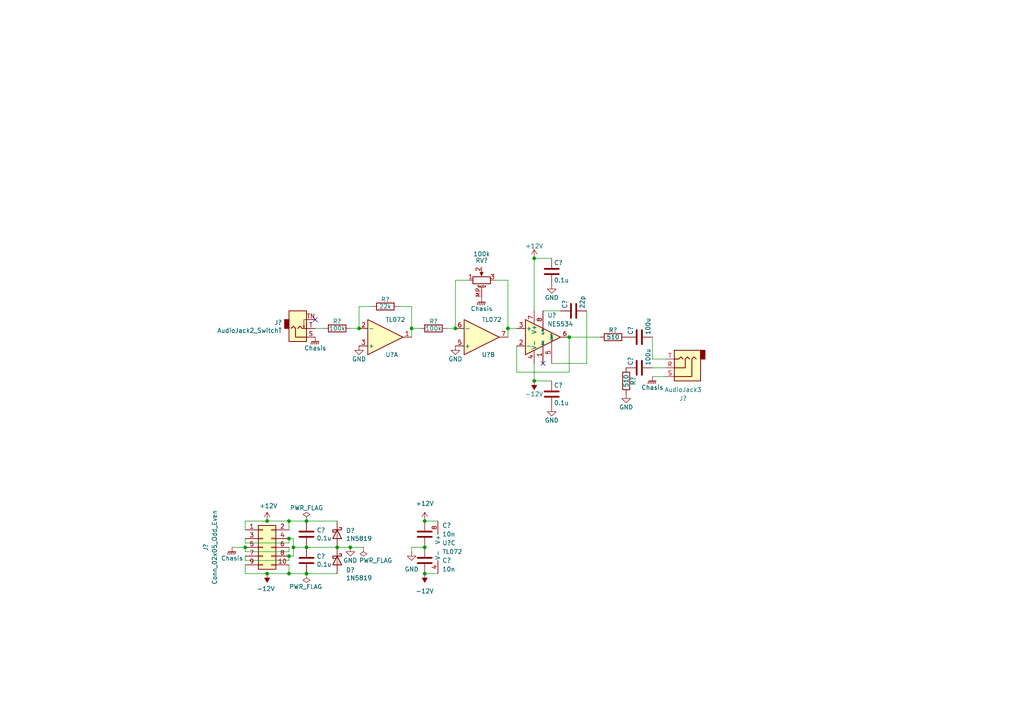
<source format=kicad_sch>
(kicad_sch (version 20211123) (generator eeschema)
  (paper "A4")
  (lib_symbols
    (symbol "Amplifier_Operational:NE5534" (pin_names (offset 0.127))
      (property "Reference" "U" (at 1.27 6.35 0))
      (property "Value" "NE5534" (at 1.27 3.81 0))
      (symbol "NE5534_0_1"
        (polyline (pts (xy -5.08 5.08) (xy 5.08 0) (xy -5.08 -5.08) (xy -5.08 5.08)) (stroke (width 0.254)) (fill (type background)))
      )
      (symbol "NE5534_1_1"
        (pin input line (at 0 -7.62 90) (length 5.08) (name "BAL") (number "1"))
        (pin input line (at -7.62 -2.54 0) (length 2.54) (name "-") (number "2"))
        (pin input line (at -7.62 2.54 0) (length 2.54) (name "+") (number "3"))
        (pin power_in line (at -2.54 -7.62 90) (length 3.81) (name "V-") (number "4"))
        (pin input line (at 2.54 -7.62 90) (length 6.35) (name "COMP") (number "5"))
        (pin output line (at 7.62 0 180) (length 2.54) (name "~") (number "6"))
        (pin power_in line (at -2.54 7.62 270) (length 3.81) (name "V+") (number "7"))
        (pin input line (at 0 7.62 270) (length 5.08) (name "C/B") (number "8"))
      )
    )
    (symbol "Amplifier_Operational:TL072" (pin_names (offset 0.127))
      (property "Reference" "U" (at 0 5.08 0))
      (property "Value" "TL072" (at 0 -5.08 0))
      (symbol "TL072_1_1"
        (polyline (pts (xy -5.08 5.08) (xy 5.08 0) (xy -5.08 -5.08) (xy -5.08 5.08)) (stroke (width 0.254)) (fill (type background)))
        (pin output line (at 7.62 0 180) (length 2.54) (name "~") (number "1"))
        (pin input line (at -7.62 -2.54 0) (length 2.54) (name "-") (number "2"))
        (pin input line (at -7.62 2.54 0) (length 2.54) (name "+") (number "3"))
      )
      (symbol "TL072_2_1"
        (polyline (pts (xy -5.08 5.08) (xy 5.08 0) (xy -5.08 -5.08) (xy -5.08 5.08)) (stroke (width 0.254)) (fill (type background)))
        (pin input line (at -7.62 2.54 0) (length 2.54) (name "+") (number "5"))
        (pin input line (at -7.62 -2.54 0) (length 2.54) (name "-") (number "6"))
        (pin output line (at 7.62 0 180) (length 2.54) (name "~") (number "7"))
      )
      (symbol "TL072_3_1"
        (pin power_in line (at -2.54 -7.62 90) (length 3.81) (name "V-") (number "4"))
        (pin power_in line (at -2.54 7.62 270) (length 3.81) (name "V+") (number "8"))
      )
    )
    (symbol "Connector:AudioJack2_SwitchT"
      (property "Reference" "J" (at 0 8.89 0))
      (property "Value" "AudioJack2_SwitchT" (at 0 6.35 0))
      (symbol "AudioJack2_SwitchT_0_1"
        (rectangle (start -2.54 0) (end -3.81 -2.54) (stroke (width 0.254)) (fill (type outline)))
        (polyline (pts (xy 1.778 -0.254) (xy 2.032 -0.762)))
        (polyline (pts (xy 0 0) (xy 0.635 -0.635) (xy 1.27 0) (xy 2.54 0)) (stroke (width 0.254)))
        (polyline (pts (xy 2.54 -2.54) (xy 1.778 -2.54) (xy 1.778 -0.254) (xy 1.524 -0.762)))
        (polyline (pts (xy 2.54 2.54) (xy -0.635 2.54) (xy -0.635 0) (xy -1.27 -0.635) (xy -1.905 0)) (stroke (width 0.254)))
        (rectangle (start 2.54 3.81) (end -2.54 -5.08) (stroke (width 0.254)) (fill (type background)))
      )
      (symbol "AudioJack2_SwitchT_1_1"
        (pin passive line (at 5.08 2.54 180) (length 2.54) (name "~") (number "S"))
        (pin passive line (at 5.08 0 180) (length 2.54) (name "~") (number "T"))
        (pin passive line (at 5.08 -2.54 180) (length 2.54) (name "~") (number "TN"))
      )
    )
    (symbol "Connector:AudioJack3"
      (property "Reference" "J" (at 0 8.89 0))
      (property "Value" "AudioJack3" (at 0 6.35 0))
      (symbol "AudioJack3_0_1"
        (rectangle (start -5.08 -5.08) (end -6.35 -2.54) (stroke (width 0.254)) (fill (type outline)))
        (polyline (pts (xy 0 -2.54) (xy 0.635 -3.175) (xy 1.27 -2.54) (xy 2.54 -2.54)) (stroke (width 0.254)))
        (polyline (pts (xy -1.905 -2.54) (xy -1.27 -3.175) (xy -0.635 -2.54) (xy -0.635 0) (xy 2.54 0)) (stroke (width 0.254)))
        (polyline (pts (xy 2.54 2.54) (xy -2.54 2.54) (xy -2.54 -2.54) (xy -3.175 -3.175) (xy -3.81 -2.54)) (stroke (width 0.254)))
        (rectangle (start 2.54 3.81) (end -5.08 -5.08) (stroke (width 0.254)) (fill (type background)))
      )
      (symbol "AudioJack3_1_1"
        (pin passive line (at 5.08 0 180) (length 2.54) (name "~") (number "R"))
        (pin passive line (at 5.08 2.54 180) (length 2.54) (name "~") (number "S"))
        (pin passive line (at 5.08 -2.54 180) (length 2.54) (name "~") (number "T"))
      )
    )
    (symbol "Connector_Generic:Conn_02x05_Odd_Even" (pin_names (offset 1.016) hide)
      (property "Reference" "J" (at 1.27 7.62 0))
      (property "Value" "Conn_02x05_Odd_Even" (at 1.27 -7.62 0))
      (symbol "Conn_02x05_Odd_Even_1_1"
        (rectangle (start -1.27 -4.953) (end 0 -5.207) (stroke (width 0.1524)))
        (rectangle (start -1.27 -2.413) (end 0 -2.667) (stroke (width 0.1524)))
        (rectangle (start -1.27 0.127) (end 0 -0.127) (stroke (width 0.1524)))
        (rectangle (start -1.27 2.667) (end 0 2.413) (stroke (width 0.1524)))
        (rectangle (start -1.27 5.207) (end 0 4.953) (stroke (width 0.1524)))
        (rectangle (start -1.27 6.35) (end 3.81 -6.35) (stroke (width 0.254)) (fill (type background)))
        (rectangle (start 3.81 -4.953) (end 2.54 -5.207) (stroke (width 0.1524)))
        (rectangle (start 3.81 -2.413) (end 2.54 -2.667) (stroke (width 0.1524)))
        (rectangle (start 3.81 0.127) (end 2.54 -0.127) (stroke (width 0.1524)))
        (rectangle (start 3.81 2.667) (end 2.54 2.413) (stroke (width 0.1524)))
        (rectangle (start 3.81 5.207) (end 2.54 4.953) (stroke (width 0.1524)))
        (pin passive line (at -5.08 5.08 0) (length 3.81) (name "Pin_1") (number "1"))
        (pin passive line (at 7.62 -5.08 180) (length 3.81) (name "Pin_10") (number "10"))
        (pin passive line (at 7.62 5.08 180) (length 3.81) (name "Pin_2") (number "2"))
        (pin passive line (at -5.08 2.54 0) (length 3.81) (name "Pin_3") (number "3"))
        (pin passive line (at 7.62 2.54 180) (length 3.81) (name "Pin_4") (number "4"))
        (pin passive line (at -5.08 0 0) (length 3.81) (name "Pin_5") (number "5"))
        (pin passive line (at 7.62 0 180) (length 3.81) (name "Pin_6") (number "6"))
        (pin passive line (at -5.08 -2.54 0) (length 3.81) (name "Pin_7") (number "7"))
        (pin passive line (at 7.62 -2.54 180) (length 3.81) (name "Pin_8") (number "8"))
        (pin passive line (at -5.08 -5.08 0) (length 3.81) (name "Pin_9") (number "9"))
      )
    )
    (symbol "Custom:Chasis" (power) (in_bom no) (on_board no)
      (property "Value" "Chasis" (at 0 -3.175 0))
      (symbol "Chasis_0_1"
        (polyline (pts (xy 0 -1.27) (xy 0 0)))
        (polyline (pts (xy -1.016 -1.27) (xy -1.27 -2.032) (xy -1.27 -2.032)) (stroke (width 0.2032)))
        (polyline (pts (xy -0.508 -1.27) (xy -0.762 -2.032) (xy -0.762 -2.032)) (stroke (width 0.2032)))
        (polyline (pts (xy 0 -1.27) (xy -0.254 -2.032) (xy -0.254 -2.032)) (stroke (width 0.2032)))
        (polyline (pts (xy 0.508 -1.27) (xy 0.254 -2.032) (xy 0.254 -2.032)) (stroke (width 0.2032)))
        (polyline (pts (xy 1.016 -1.27) (xy -1.016 -1.27) (xy -1.016 -1.27)) (stroke (width 0.2032)))
        (polyline (pts (xy 1.016 -1.27) (xy 0.762 -2.032) (xy 0.762 -2.032) (xy 0.762 -2.032)) (stroke (width 0.2032)))
      )
      (symbol "Chasis_1_1"
        (pin power_in line (at 0 0 270) (length 0) hide (name "Chasis") (number "1"))
      )
    )
    (symbol "Device:C" (pin_numbers hide) (pin_names (offset 0.254))
      (property "Reference" "C" (at 0.635 2.54 0))
      (property "Value" "C" (at 0.635 -2.54 0))
      (symbol "C_0_1"
        (polyline (pts (xy -2.032 -0.762) (xy 2.032 -0.762)) (stroke (width 0.508)))
        (polyline (pts (xy -2.032 0.762) (xy 2.032 0.762)) (stroke (width 0.508)))
      )
      (symbol "C_1_1"
        (pin passive line (at 0 3.81 270) (length 2.794) (name "~") (number "1"))
        (pin passive line (at 0 -3.81 90) (length 2.794) (name "~") (number "2"))
      )
    )
    (symbol "Device:R" (pin_numbers hide) (pin_names (offset 0))
      (property "Reference" "R" (at 2.032 0 90))
      (property "Value" "R" (at 0 0 90))
      (symbol "R_0_1"
        (rectangle (start -1.016 -2.54) (end 1.016 2.54) (stroke (width 0.254)))
      )
      (symbol "R_1_1"
        (pin passive line (at 0 3.81 270) (length 1.27) (name "~") (number "1"))
        (pin passive line (at 0 -3.81 90) (length 1.27) (name "~") (number "2"))
      )
    )
    (symbol "Device:R_Potentiometer_MountingPin" (pin_names (offset 1.016) hide)
      (property "Reference" "RV" (at -8.255 0 90))
      (property "Value" "R_Potentiometer_MountingPin" (at -6.35 0 90))
      (symbol "R_Potentiometer_MountingPin_0_1"
        (polyline (pts (xy 2.54 0) (xy 1.524 0)))
        (polyline (pts (xy 1.143 0) (xy 2.286 0.508) (xy 2.286 -0.508)) (fill (type outline)))
        (rectangle (start 1.016 2.54) (end -1.016 -2.54) (stroke (width 0.254)))
      )
      (symbol "R_Potentiometer_MountingPin_1_1"
        (polyline (pts (xy -2.032 1.016) (xy -2.032 -1.016)) (stroke (width 0.1524)))
        (text "Mounting" (at -1.651 0 900) (effects (font (size 0.381 0.381))))
        (pin passive line (at 0 3.81 270) (length 1.27) (name "1") (number "1"))
        (pin passive line (at 3.81 0 180) (length 1.27) (name "2") (number "2"))
        (pin passive line (at 0 -3.81 90) (length 1.27) (name "3") (number "3"))
        (pin passive line (at -5.08 0 0) (length 3.048) (name "MountPin") (number "MP"))
      )
    )
    (symbol "Diode:1N5819" (pin_numbers hide) (pin_names (offset 1.016) hide)
      (property "Reference" "D" (at 0 2.54 0))
      (property "Value" "1N5819" (at 0 -2.54 0))
      (symbol "1N5819_0_1"
        (polyline (pts (xy 1.27 0) (xy -1.27 0)))
        (polyline (pts (xy 1.27 1.27) (xy 1.27 -1.27) (xy -1.27 0) (xy 1.27 1.27)) (stroke (width 0.254)))
        (polyline (pts (xy -1.905 0.635) (xy -1.905 1.27) (xy -1.27 1.27) (xy -1.27 -1.27) (xy -0.635 -1.27) (xy -0.635 -0.635)) (stroke (width 0.254)))
      )
      (symbol "1N5819_1_1"
        (pin passive line (at -3.81 0 0) (length 2.54) (name "K") (number "1"))
        (pin passive line (at 3.81 0 180) (length 2.54) (name "A") (number "2"))
      )
    )
    (symbol "power:+12V" (power) (pin_names (offset 0))
      (property "Value" "+12V" (at 0 3.556 0))
      (symbol "+12V_0_1"
        (polyline (pts (xy -0.762 1.27) (xy 0 2.54)))
        (polyline (pts (xy 0 0) (xy 0 2.54)))
        (polyline (pts (xy 0 2.54) (xy 0.762 1.27)))
      )
      (symbol "+12V_1_1"
        (pin power_in line (at 0 0 90) (length 0) hide (name "+12V") (number "1"))
      )
    )
    (symbol "power:-12V" (power) (pin_names (offset 0))
      (property "Value" "-12V" (at 0 3.81 0))
      (symbol "-12V_0_0"
        (pin power_in line (at 0 0 90) (length 0) hide (name "-12V") (number "1"))
      )
      (symbol "-12V_0_1"
        (polyline (pts (xy 0 0) (xy 0 1.27) (xy 0.762 1.27) (xy 0 2.54) (xy -0.762 1.27) (xy 0 1.27)) (fill (type outline)))
      )
    )
    (symbol "power:GND" (power) (pin_names (offset 0))
      (property "Value" "GND" (at 0 -3.81 0))
      (symbol "GND_0_1"
        (polyline (pts (xy 0 0) (xy 0 -1.27) (xy 1.27 -1.27) (xy 0 -2.54) (xy -1.27 -1.27) (xy 0 -1.27)))
      )
      (symbol "GND_1_1"
        (pin power_in line (at 0 0 270) (length 0) hide (name "GND") (number "1"))
      )
    )
    (symbol "power:PWR_FLAG" (power) (pin_numbers hide) (pin_names (offset 0) hide)
      (property "Value" "PWR_FLAG" (at 0 3.81 0))
      (symbol "PWR_FLAG_0_0"
        (pin power_out line (at 0 0 90) (length 0) (name "pwr") (number "1"))
      )
      (symbol "PWR_FLAG_0_1"
        (polyline (pts (xy 0 0) (xy 0 1.27) (xy -1.016 1.905) (xy 0 2.54) (xy 1.016 1.905) (xy 0 1.27)))
      )
    )
  )
  (junction (at 154.94 110.49))
  (junction (at 83.82 161.29))
  (junction (at 101.6 158.75))
  (junction (at 88.9 158.75))
  (junction (at 71.12 158.75))
  (junction (at 85.09 158.75))
  (junction (at 123.19 158.75))
  (junction (at 83.82 151.13))
  (junction (at 77.47 151.13))
  (junction (at 132.08 95.25))
  (junction (at 88.9 151.13))
  (junction (at 97.79 158.75))
  (junction (at 83.82 156.21))
  (junction (at 83.82 166.37))
  (junction (at 77.47 166.37))
  (junction (at 104.14 95.25))
  (junction (at 123.19 166.37))
  (junction (at 154.94 74.93))
  (junction (at 88.9 166.37))
  (junction (at 123.19 151.13))
  (junction (at 119.38 95.25))
  (junction (at 147.32 95.25))
  (junction (at 165.1 97.79))
  (no_connect (at 91.44 92.71))
  (no_connect (at 157.48 105.41))
  (wire (pts (xy 165.1 97.79) (xy 173.99 97.79)))
  (wire (pts (xy 189.23 104.14) (xy 189.23 97.79)))
  (wire (pts (xy 71.12 157.48) (xy 83.82 157.48)))
  (wire (pts (xy 157.48 90.17) (xy 162.56 90.17)))
  (wire (pts (xy 132.08 81.28) (xy 135.89 81.28)))
  (wire (pts (xy 154.94 110.49) (xy 160.02 110.49)))
  (wire (pts (xy 104.14 88.9) (xy 104.14 95.25)))
  (wire (pts (xy 71.12 166.37) (xy 77.47 166.37)))
  (wire (pts (xy 189.23 109.22) (xy 193.04 109.22)))
  (wire (pts (xy 123.19 166.37) (xy 127 166.37)))
  (wire (pts (xy 107.95 88.9) (xy 104.14 88.9)))
  (wire (pts (xy 83.82 166.37) (xy 88.9 166.37)))
  (wire (pts (xy 83.82 153.67) (xy 83.82 151.13)))
  (wire (pts (xy 149.86 107.95) (xy 165.1 107.95)))
  (wire (pts (xy 85.09 158.75) (xy 88.9 158.75)))
  (wire (pts (xy 71.12 156.21) (xy 71.12 157.48)))
  (wire (pts (xy 119.38 158.75) (xy 123.19 158.75)))
  (wire (pts (xy 170.18 105.41) (xy 170.18 90.17)))
  (wire (pts (xy 83.82 151.13) (xy 88.9 151.13)))
  (wire (pts (xy 165.1 107.95) (xy 165.1 97.79)))
  (wire (pts (xy 129.54 95.25) (xy 132.08 95.25)))
  (wire (pts (xy 97.79 151.13) (xy 88.9 151.13)))
  (wire (pts (xy 67.31 158.75) (xy 71.12 158.75)))
  (wire (pts (xy 119.38 88.9) (xy 119.38 95.25)))
  (wire (pts (xy 91.44 95.25) (xy 93.98 95.25)))
  (wire (pts (xy 83.82 160.02) (xy 83.82 158.75)))
  (wire (pts (xy 83.82 156.21) (xy 85.09 156.21)))
  (wire (pts (xy 101.6 158.75) (xy 105.41 158.75)))
  (wire (pts (xy 154.94 105.41) (xy 154.94 110.49)))
  (wire (pts (xy 71.12 162.56) (xy 83.82 162.56)))
  (wire (pts (xy 77.47 166.37) (xy 83.82 166.37)))
  (wire (pts (xy 71.12 153.67) (xy 71.12 151.13)))
  (wire (pts (xy 193.04 104.14) (xy 189.23 104.14)))
  (wire (pts (xy 119.38 95.25) (xy 121.92 95.25)))
  (wire (pts (xy 149.86 100.33) (xy 149.86 107.95)))
  (wire (pts (xy 85.09 156.21) (xy 85.09 158.75)))
  (wire (pts (xy 147.32 95.25) (xy 147.32 97.79)))
  (wire (pts (xy 77.47 151.13) (xy 83.82 151.13)))
  (wire (pts (xy 71.12 160.02) (xy 83.82 160.02)))
  (wire (pts (xy 147.32 81.28) (xy 147.32 95.25)))
  (wire (pts (xy 85.09 161.29) (xy 85.09 158.75)))
  (wire (pts (xy 189.23 106.68) (xy 193.04 106.68)))
  (wire (pts (xy 97.79 158.75) (xy 101.6 158.75)))
  (wire (pts (xy 143.51 81.28) (xy 147.32 81.28)))
  (wire (pts (xy 149.86 95.25) (xy 147.32 95.25)))
  (wire (pts (xy 83.82 161.29) (xy 85.09 161.29)))
  (wire (pts (xy 160.02 105.41) (xy 170.18 105.41)))
  (wire (pts (xy 88.9 166.37) (xy 97.79 166.37)))
  (wire (pts (xy 71.12 158.75) (xy 71.12 160.02)))
  (wire (pts (xy 71.12 163.83) (xy 71.12 166.37)))
  (wire (pts (xy 88.9 158.75) (xy 97.79 158.75)))
  (wire (pts (xy 154.94 74.93) (xy 154.94 90.17)))
  (wire (pts (xy 119.38 160.02) (xy 119.38 158.75)))
  (wire (pts (xy 71.12 151.13) (xy 77.47 151.13)))
  (wire (pts (xy 83.82 163.83) (xy 83.82 166.37)))
  (wire (pts (xy 71.12 161.29) (xy 71.12 162.56)))
  (wire (pts (xy 132.08 81.28) (xy 132.08 95.25)))
  (wire (pts (xy 119.38 95.25) (xy 119.38 97.79)))
  (wire (pts (xy 101.6 95.25) (xy 104.14 95.25)))
  (wire (pts (xy 123.19 151.13) (xy 127 151.13)))
  (wire (pts (xy 115.57 88.9) (xy 119.38 88.9)))
  (wire (pts (xy 83.82 162.56) (xy 83.82 161.29)))
  (wire (pts (xy 83.82 157.48) (xy 83.82 156.21)))
  (wire (pts (xy 154.94 74.93) (xy 160.02 74.93)))
  (symbol (lib_id "Amplifier_Operational:TL072") (at 129.54 158.75 0) (unit 3)
    (property "Reference" "U?" (at 128.27 157.4799 0) (effects (justify left)))
    (property "Value" "TL072" (at 128.27 160.0199 0) (effects (justify left)))
    (property "Datasheet" "http://www.ti.com/lit/ds/symlink/tl071.pdf" (effects hide))
  )
  (symbol (lib_id "Diode:1N5819") (at 97.79 154.94 270) (unit 1)
    (property "Reference" "D?" (at 100.33 153.8986 90) (effects (justify left)))
    (property "Value" "1N5819" (at 100.33 156.21 90) (effects (justify left)))
    (property "Footprint" "Diode_THT:D_DO-41_SOD81_P10.16mm_Horizontal" (effects hide))
    (property "Datasheet" "http://www.vishay.com/docs/88525/1n5817.pdf" (effects hide))
  )
  (symbol (lib_id "Amplifier_Operational:NE5534") (at 157.48 97.79 0) (unit 1)
    (property "Reference" "U?" (at 158.75 91.44 0) (effects (justify left)))
    (property "Value" "NE5534" (at 158.75 93.98 0) (effects (justify left)))
    (property "Datasheet" "http://www.ti.com/lit/ds/symlink/ne5534.pdf" (effects hide))
  )
  (symbol (lib_id "Device:C") (at 160.02 114.3 0) (unit 1)
    (property "Reference" "C?" (at 160.655 111.76 0) (effects (justify left)))
    (property "Value" "0.1u" (at 160.655 116.84 0) (effects (justify left)))
  )
  (symbol (lib_id "power:PWR_FLAG") (at 105.41 158.75 180) (unit 1)
    (property "Reference" "#FLG?" (effects hide))
    (property "Value" "PWR_FLAG" (at 104.14 162.56 0) (effects (justify right)))
  )
  (symbol (lib_id "Device:C") (at 166.37 90.17 90) (unit 1)
    (property "Reference" "C?" (at 163.83 89.535 0) (effects (justify left)))
    (property "Value" "22p" (at 168.91 89.535 0) (effects (justify left)))
  )
  (symbol (lib_id "Device:C") (at 88.9 154.94 0) (unit 1)
    (property "Reference" "C?" (at 91.821 153.7716 0) (effects (justify left)))
    (property "Value" "0.1u" (at 91.821 156.083 0) (effects (justify left)))
    (property "Footprint" "Capacitor_THT:C_Disc_D5.0mm_W2.5mm_P5.00mm" (effects hide))
  )
  (symbol (lib_id "power:GND") (at 181.61 114.3 0) (unit 1)
    (property "Reference" "#PWR?" (effects hide))
    (property "Value" "GND" (at 181.61 118.11 0))
  )
  (symbol (lib_id "Connector:AudioJack2_SwitchT") (at 86.36 95.25 0) (mirror x) (unit 1)
    (property "Reference" "J?" (at 81.8134 93.5482 0) (effects (justify right)))
    (property "Value" "AudioJack2_SwitchT" (at 81.8134 95.8596 0) (effects (justify right)))
    (property "Footprint" "Connector_Audio:Jack_3.5mm_QingPu_WQP-PJ398SM_Vertical_CircularHoles" (effects hide))
  )
  (symbol (lib_id "Device:R") (at 97.79 95.25 90) (unit 1)
    (property "Reference" "R?" (at 97.79 93.218 90))
    (property "Value" "100k" (at 97.79 95.25 90))
  )
  (symbol (lib_id "Custom:Chasis") (at 189.23 109.22 0) (unit 1) (in_bom no) (on_board no)
    (property "Reference" "U?" (effects hide))
    (property "Value" "Chasis" (at 189.23 112.395 0))
  )
  (symbol (lib_id "power:-12V") (at 154.94 110.49 180) (unit 1)
    (property "Reference" "#PWR?" (effects hide))
    (property "Value" "-12V" (at 154.94 114.3 0))
  )
  (symbol (lib_id "Amplifier_Operational:TL072") (at 139.7 97.79 0) (mirror x) (unit 2)
    (property "Reference" "U?" (at 139.7 102.87 0) (effects (justify left)))
    (property "Value" "TL072" (at 139.7 92.71 0) (effects (justify left)))
    (property "Datasheet" "http://www.ti.com/lit/ds/symlink/tl071.pdf" (effects hide))
  )
  (symbol (lib_id "power:-12V") (at 123.19 166.37 180) (unit 1)
    (property "Reference" "#PWR?" (effects hide))
    (property "Value" "-12V" (at 123.19 171.45 0))
  )
  (symbol (lib_id "power:GND") (at 132.08 100.33 0) (unit 1)
    (property "Reference" "#PWR?" (effects hide))
    (property "Value" "GND" (at 132.08 104.14 0))
  )
  (symbol (lib_id "power:PWR_FLAG") (at 88.9 166.37 180) (unit 1)
    (property "Reference" "#FLG?" (effects hide))
    (property "Value" "PWR_FLAG" (at 83.82 170.18 0) (effects (justify right)))
  )
  (symbol (lib_id "Device:R") (at 111.76 88.9 90) (unit 1)
    (property "Reference" "R?" (at 111.76 86.868 90))
    (property "Value" "22k" (at 111.76 88.9 90))
  )
  (symbol (lib_id "Connector_Generic:Conn_02x05_Odd_Even") (at 76.2 158.75 0) (unit 1)
    (property "Reference" "J?" (at 59.69 158.75 90))
    (property "Value" "Conn_02x05_Odd_Even" (at 62.23 158.75 90))
    (property "Footprint" "Connector_PinHeader_2.54mm:PinHeader_2x05_P2.54mm_Vertical" (effects hide))
  )
  (symbol (lib_id "Device:R_Potentiometer_MountingPin") (at 139.7 81.28 90) (unit 1)
    (property "Reference" "RV?" (at 139.7 75.565 90))
    (property "Value" "100k" (at 139.7 73.66 90))
  )
  (symbol (lib_id "Device:R") (at 181.61 110.49 0) (unit 1)
    (property "Reference" "R?" (at 183.642 110.49 90))
    (property "Value" "510" (at 181.61 110.49 90))
  )
  (symbol (lib_id "Custom:Chasis") (at 67.31 158.75 0) (unit 1) (in_bom no) (on_board no)
    (property "Reference" "U?" (effects hide))
    (property "Value" "Chasis" (at 67.31 161.925 0))
  )
  (symbol (lib_id "Device:C") (at 123.19 154.94 180) (unit 1)
    (property "Reference" "C?" (at 128.27 152.4 0) (effects (justify right)))
    (property "Value" "10n" (at 128.27 154.94 0) (effects (justify right)))
  )
  (symbol (lib_id "Diode:1N5819") (at 97.79 162.56 270) (unit 1)
    (property "Reference" "D?" (at 100.33 165.3286 90) (effects (justify left)))
    (property "Value" "1N5819" (at 100.33 167.64 90) (effects (justify left)))
    (property "Footprint" "Diode_THT:D_DO-41_SOD81_P10.16mm_Horizontal" (effects hide))
    (property "Datasheet" "http://www.vishay.com/docs/88525/1n5817.pdf" (effects hide))
  )
  (symbol (lib_id "Device:R") (at 125.73 95.25 90) (unit 1)
    (property "Reference" "R?" (at 125.73 93.218 90))
    (property "Value" "100k" (at 125.73 95.25 90))
  )
  (symbol (lib_id "Device:C") (at 185.42 97.79 90) (unit 1)
    (property "Reference" "C?" (at 182.88 97.155 0) (effects (justify left)))
    (property "Value" "100u" (at 187.96 97.155 0) (effects (justify left)))
  )
  (symbol (lib_id "power:GND") (at 101.6 158.75 0) (unit 1)
    (property "Reference" "#PWR?" (effects hide))
    (property "Value" "GND" (at 101.6 162.56 0))
  )
  (symbol (lib_id "Device:C") (at 88.9 162.56 0) (unit 1)
    (property "Reference" "C?" (at 91.821 161.3916 0) (effects (justify left)))
    (property "Value" "0.1u" (at 91.821 163.703 0) (effects (justify left)))
    (property "Footprint" "Capacitor_THT:C_Disc_D5.0mm_W2.5mm_P5.00mm" (effects hide))
  )
  (symbol (lib_id "Amplifier_Operational:TL072") (at 111.76 97.79 0) (mirror x) (unit 1)
    (property "Reference" "U?" (at 111.76 102.87 0) (effects (justify left)))
    (property "Value" "TL072" (at 111.76 92.71 0) (effects (justify left)))
    (property "Datasheet" "http://www.ti.com/lit/ds/symlink/tl071.pdf" (effects hide))
  )
  (symbol (lib_id "Custom:Chasis") (at 139.7 86.36 0) (unit 1) (in_bom no) (on_board no)
    (property "Reference" "U?" (effects hide))
    (property "Value" "Chasis" (at 139.7 89.535 0))
  )
  (symbol (lib_id "Device:C") (at 160.02 78.74 0) (unit 1)
    (property "Reference" "C?" (at 160.655 76.2 0) (effects (justify left)))
    (property "Value" "0.1u" (at 160.655 81.28 0) (effects (justify left)))
  )
  (symbol (lib_id "power:GND") (at 160.02 118.11 0) (unit 1)
    (property "Reference" "#PWR?" (effects hide))
    (property "Value" "GND" (at 160.02 121.92 0))
  )
  (symbol (lib_id "Device:C") (at 123.19 162.56 180) (unit 1)
    (property "Reference" "C?" (at 128.27 162.56 0) (effects (justify right)))
    (property "Value" "10n" (at 128.27 165.1 0) (effects (justify right)))
  )
  (symbol (lib_id "power:+12V") (at 123.19 151.13 0) (unit 1)
    (property "Reference" "#PWR?" (effects hide))
    (property "Value" "+12V" (at 123.19 146.05 0))
  )
  (symbol (lib_id "power:GND") (at 119.38 160.02 0) (unit 1)
    (property "Reference" "#PWR?" (effects hide))
    (property "Value" "GND" (at 119.38 165.1 0))
  )
  (symbol (lib_id "Device:C") (at 185.42 106.68 90) (unit 1)
    (property "Reference" "C?" (at 182.88 106.045 0) (effects (justify left)))
    (property "Value" "100u" (at 187.96 106.045 0) (effects (justify left)))
  )
  (symbol (lib_id "power:GND") (at 104.14 100.33 0) (unit 1)
    (property "Reference" "#PWR?" (effects hide))
    (property "Value" "GND" (at 104.14 104.14 0))
  )
  (symbol (lib_id "power:+12V") (at 154.94 74.93 0) (unit 1)
    (property "Reference" "#PWR?" (effects hide))
    (property "Value" "+12V" (at 154.94 71.374 0))
  )
  (symbol (lib_id "Connector:AudioJack3") (at 198.12 106.68 180) (unit 1)
    (property "Reference" "J?" (at 198.12 115.57 0))
    (property "Value" "AudioJack3" (at 198.12 113.03 0))
  )
  (symbol (lib_id "power:GND") (at 160.02 82.55 0) (unit 1)
    (property "Reference" "#PWR?" (effects hide))
    (property "Value" "GND" (at 160.02 86.36 0))
  )
  (symbol (lib_id "Device:R") (at 177.8 97.79 90) (unit 1)
    (property "Reference" "R?" (at 177.8 95.758 90))
    (property "Value" "510" (at 177.8 97.79 90))
  )
  (symbol (lib_id "power:+12V") (at 77.47 151.13 0) (unit 1)
    (property "Reference" "#PWR?" (effects hide))
    (property "Value" "+12V" (at 77.851 146.7358 0))
  )
  (symbol (lib_id "Custom:Chasis") (at 91.44 97.79 0) (unit 1) (in_bom no) (on_board no)
    (property "Reference" "U?" (effects hide))
    (property "Value" "Chasis" (at 91.44 100.965 0))
  )
  (symbol (lib_id "power:-12V") (at 77.47 166.37 180) (unit 1)
    (property "Reference" "#PWR?" (effects hide))
    (property "Value" "-12V" (at 77.089 170.7642 0))
  )
  (symbol (lib_id "power:PWR_FLAG") (at 88.9 151.13 0) (unit 1)
    (property "Reference" "#FLG?" (effects hide))
    (property "Value" "PWR_FLAG" (at 88.9 147.32 0))
  )
)
</source>
